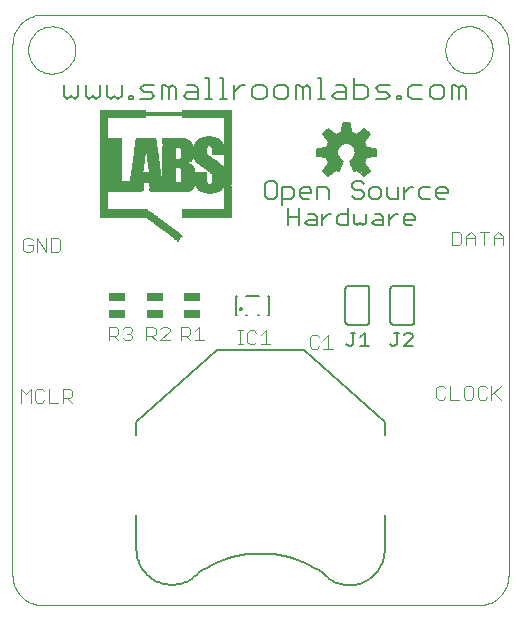
<source format=gto>
G75*
G70*
%OFA0B0*%
%FSLAX24Y24*%
%IPPOS*%
%LPD*%
%AMOC8*
5,1,8,0,0,1.08239X$1,22.5*
%
%ADD10C,0.0000*%
%ADD11C,0.0004*%
%ADD12C,0.0080*%
%ADD13C,0.0050*%
%ADD14C,0.0060*%
%ADD15C,0.0040*%
%ADD16R,0.0551X0.0256*%
%ADD17R,0.0039X0.0013*%
%ADD18R,0.0065X0.0013*%
%ADD19R,0.0078X0.0013*%
%ADD20R,0.0117X0.0013*%
%ADD21R,0.0130X0.0013*%
%ADD22R,0.0169X0.0013*%
%ADD23R,0.0195X0.0013*%
%ADD24R,0.0221X0.0013*%
%ADD25R,0.0247X0.0013*%
%ADD26R,0.0273X0.0013*%
%ADD27R,0.0299X0.0013*%
%ADD28R,0.0325X0.0013*%
%ADD29R,0.0351X0.0013*%
%ADD30R,0.0377X0.0013*%
%ADD31R,0.0416X0.0013*%
%ADD32R,0.0429X0.0013*%
%ADD33R,0.0429X0.0013*%
%ADD34R,0.0429X0.0013*%
%ADD35R,0.0416X0.0013*%
%ADD36R,0.0429X0.0013*%
%ADD37R,0.0416X0.0013*%
%ADD38R,0.1937X0.0013*%
%ADD39R,0.1664X0.0013*%
%ADD40R,0.1924X0.0013*%
%ADD41R,0.1664X0.0013*%
%ADD42R,0.1898X0.0013*%
%ADD43R,0.1885X0.0013*%
%ADD44R,0.1859X0.0013*%
%ADD45R,0.1846X0.0013*%
%ADD46R,0.1820X0.0013*%
%ADD47R,0.1807X0.0013*%
%ADD48R,0.1781X0.0013*%
%ADD49R,0.1768X0.0013*%
%ADD50R,0.1755X0.0013*%
%ADD51R,0.1742X0.0013*%
%ADD52R,0.1716X0.0013*%
%ADD53R,0.1703X0.0013*%
%ADD54R,0.1677X0.0013*%
%ADD55R,0.1651X0.0013*%
%ADD56R,0.1625X0.0013*%
%ADD57R,0.1612X0.0013*%
%ADD58R,0.1586X0.0013*%
%ADD59R,0.0260X0.0013*%
%ADD60R,0.0247X0.0013*%
%ADD61R,0.0260X0.0013*%
%ADD62R,0.0247X0.0013*%
%ADD63R,0.0195X0.0013*%
%ADD64R,0.0455X0.0013*%
%ADD65R,0.1430X0.0013*%
%ADD66R,0.1157X0.0013*%
%ADD67R,0.0520X0.0013*%
%ADD68R,0.1430X0.0013*%
%ADD69R,0.1287X0.0013*%
%ADD70R,0.0585X0.0013*%
%ADD71R,0.1352X0.0013*%
%ADD72R,0.0637X0.0013*%
%ADD73R,0.1443X0.0013*%
%ADD74R,0.1378X0.0013*%
%ADD75R,0.0689X0.0013*%
%ADD76R,0.1404X0.0013*%
%ADD77R,0.0715X0.0013*%
%ADD78R,0.1443X0.0013*%
%ADD79R,0.1417X0.0013*%
%ADD80R,0.0767X0.0013*%
%ADD81R,0.0793X0.0013*%
%ADD82R,0.1443X0.0013*%
%ADD83R,0.0819X0.0013*%
%ADD84R,0.1456X0.0013*%
%ADD85R,0.0871X0.0013*%
%ADD86R,0.1469X0.0013*%
%ADD87R,0.0884X0.0013*%
%ADD88R,0.1469X0.0013*%
%ADD89R,0.0897X0.0013*%
%ADD90R,0.1482X0.0013*%
%ADD91R,0.0923X0.0013*%
%ADD92R,0.1196X0.0013*%
%ADD93R,0.1495X0.0013*%
%ADD94R,0.1456X0.0013*%
%ADD95R,0.1209X0.0013*%
%ADD96R,0.1456X0.0013*%
%ADD97R,0.1508X0.0013*%
%ADD98R,0.1209X0.0013*%
%ADD99R,0.1521X0.0013*%
%ADD100R,0.1222X0.0013*%
%ADD101R,0.2756X0.0013*%
%ADD102R,0.1989X0.0013*%
%ADD103R,0.0715X0.0013*%
%ADD104R,0.1963X0.0013*%
%ADD105R,0.1950X0.0013*%
%ADD106R,0.0676X0.0013*%
%ADD107R,0.0663X0.0013*%
%ADD108R,0.0910X0.0013*%
%ADD109R,0.0936X0.0013*%
%ADD110R,0.2548X0.0013*%
%ADD111R,0.0910X0.0013*%
%ADD112R,0.0650X0.0013*%
%ADD113R,0.2548X0.0013*%
%ADD114R,0.0897X0.0013*%
%ADD115R,0.0650X0.0013*%
%ADD116R,0.0884X0.0013*%
%ADD117R,0.1547X0.0013*%
%ADD118R,0.1547X0.0013*%
%ADD119R,0.0871X0.0013*%
%ADD120R,0.1053X0.0013*%
%ADD121R,0.0468X0.0013*%
%ADD122R,0.1053X0.0013*%
%ADD123R,0.0468X0.0013*%
%ADD124R,0.1040X0.0013*%
%ADD125R,0.1027X0.0013*%
%ADD126R,0.1027X0.0013*%
%ADD127R,0.0663X0.0013*%
%ADD128R,0.1014X0.0013*%
%ADD129R,0.1001X0.0013*%
%ADD130R,0.0702X0.0013*%
%ADD131R,0.0416X0.0013*%
%ADD132R,0.0728X0.0013*%
%ADD133R,0.0741X0.0013*%
%ADD134R,0.0754X0.0013*%
%ADD135R,0.0780X0.0013*%
%ADD136R,0.0455X0.0013*%
%ADD137R,0.0819X0.0013*%
%ADD138R,0.0832X0.0013*%
%ADD139R,0.0468X0.0013*%
%ADD140R,0.0858X0.0013*%
%ADD141R,0.0871X0.0013*%
%ADD142R,0.0403X0.0013*%
%ADD143R,0.0403X0.0013*%
%ADD144R,0.0481X0.0013*%
%ADD145R,0.0533X0.0013*%
%ADD146R,0.0403X0.0013*%
%ADD147R,0.0689X0.0013*%
%ADD148R,0.1040X0.0013*%
%ADD149R,0.0403X0.0013*%
%ADD150R,0.0728X0.0013*%
%ADD151R,0.1014X0.0013*%
%ADD152R,0.0741X0.0013*%
%ADD153R,0.0988X0.0013*%
%ADD154R,0.0975X0.0013*%
%ADD155R,0.0754X0.0013*%
%ADD156R,0.0949X0.0013*%
%ADD157R,0.0754X0.0013*%
%ADD158R,0.0923X0.0013*%
%ADD159R,0.0845X0.0013*%
%ADD160R,0.0845X0.0013*%
%ADD161R,0.0741X0.0013*%
%ADD162R,0.0728X0.0013*%
%ADD163R,0.0390X0.0013*%
%ADD164R,0.0975X0.0013*%
%ADD165R,0.0390X0.0013*%
%ADD166R,0.0988X0.0013*%
%ADD167R,0.0702X0.0013*%
%ADD168R,0.0676X0.0013*%
%ADD169R,0.0663X0.0013*%
%ADD170R,0.0481X0.0013*%
%ADD171R,0.0442X0.0013*%
%ADD172R,0.0624X0.0013*%
%ADD173R,0.0442X0.0013*%
%ADD174R,0.0611X0.0013*%
%ADD175R,0.0598X0.0013*%
%ADD176R,0.0572X0.0013*%
%ADD177R,0.1001X0.0013*%
%ADD178R,0.0949X0.0013*%
%ADD179R,0.0377X0.0013*%
%ADD180R,0.0858X0.0013*%
%ADD181R,0.0676X0.0013*%
%ADD182R,0.0858X0.0013*%
%ADD183R,0.0806X0.0013*%
%ADD184R,0.0780X0.0013*%
%ADD185R,0.0871X0.0013*%
%ADD186R,0.0767X0.0013*%
%ADD187R,0.0689X0.0013*%
%ADD188R,0.0988X0.0013*%
%ADD189R,0.0988X0.0013*%
%ADD190R,0.0962X0.0013*%
%ADD191R,0.0949X0.0013*%
%ADD192R,0.0962X0.0013*%
%ADD193R,0.0936X0.0013*%
%ADD194R,0.0858X0.0013*%
%ADD195R,0.0832X0.0013*%
%ADD196R,0.0806X0.0013*%
%ADD197R,0.0832X0.0013*%
%ADD198R,0.0702X0.0013*%
%ADD199R,0.0793X0.0013*%
%ADD200R,0.0624X0.0013*%
%ADD201R,0.0546X0.0013*%
%ADD202R,0.0364X0.0013*%
%ADD203R,0.0221X0.0013*%
%ADD204R,0.1521X0.0013*%
%ADD205R,0.1521X0.0013*%
%ADD206R,0.4394X0.0013*%
%ADD207R,0.4394X0.0013*%
%ADD208C,0.0059*%
D10*
X002243Y020379D02*
X002245Y020435D01*
X002251Y020490D01*
X002261Y020544D01*
X002274Y020598D01*
X002292Y020651D01*
X002313Y020702D01*
X002337Y020752D01*
X002365Y020800D01*
X002397Y020846D01*
X002431Y020890D01*
X002469Y020931D01*
X002509Y020969D01*
X002552Y021004D01*
X002597Y021036D01*
X002645Y021065D01*
X002694Y021091D01*
X002745Y021113D01*
X002797Y021131D01*
X002851Y021145D01*
X002906Y021156D01*
X002961Y021163D01*
X003016Y021166D01*
X003072Y021165D01*
X003127Y021160D01*
X003182Y021151D01*
X003236Y021139D01*
X003289Y021122D01*
X003341Y021102D01*
X003391Y021078D01*
X003439Y021051D01*
X003486Y021021D01*
X003530Y020987D01*
X003572Y020950D01*
X003610Y020910D01*
X003647Y020868D01*
X003680Y020823D01*
X003709Y020777D01*
X003736Y020728D01*
X003758Y020677D01*
X003778Y020625D01*
X003793Y020571D01*
X003805Y020517D01*
X003813Y020462D01*
X003817Y020407D01*
X003817Y020351D01*
X003813Y020296D01*
X003805Y020241D01*
X003793Y020187D01*
X003778Y020133D01*
X003758Y020081D01*
X003736Y020030D01*
X003709Y019981D01*
X003680Y019935D01*
X003647Y019890D01*
X003610Y019848D01*
X003572Y019808D01*
X003530Y019771D01*
X003486Y019737D01*
X003439Y019707D01*
X003391Y019680D01*
X003341Y019656D01*
X003289Y019636D01*
X003236Y019619D01*
X003182Y019607D01*
X003127Y019598D01*
X003072Y019593D01*
X003016Y019592D01*
X002961Y019595D01*
X002906Y019602D01*
X002851Y019613D01*
X002797Y019627D01*
X002745Y019645D01*
X002694Y019667D01*
X002645Y019693D01*
X002597Y019722D01*
X002552Y019754D01*
X002509Y019789D01*
X002469Y019827D01*
X002431Y019868D01*
X002397Y019912D01*
X002365Y019958D01*
X002337Y020006D01*
X002313Y020056D01*
X002292Y020107D01*
X002274Y020160D01*
X002261Y020214D01*
X002251Y020268D01*
X002245Y020323D01*
X002243Y020379D01*
X016153Y020385D02*
X016155Y020441D01*
X016161Y020496D01*
X016171Y020550D01*
X016184Y020604D01*
X016202Y020657D01*
X016223Y020708D01*
X016247Y020758D01*
X016275Y020806D01*
X016307Y020852D01*
X016341Y020896D01*
X016379Y020937D01*
X016419Y020975D01*
X016462Y021010D01*
X016507Y021042D01*
X016555Y021071D01*
X016604Y021097D01*
X016655Y021119D01*
X016707Y021137D01*
X016761Y021151D01*
X016816Y021162D01*
X016871Y021169D01*
X016926Y021172D01*
X016982Y021171D01*
X017037Y021166D01*
X017092Y021157D01*
X017146Y021145D01*
X017199Y021128D01*
X017251Y021108D01*
X017301Y021084D01*
X017349Y021057D01*
X017396Y021027D01*
X017440Y020993D01*
X017482Y020956D01*
X017520Y020916D01*
X017557Y020874D01*
X017590Y020829D01*
X017619Y020783D01*
X017646Y020734D01*
X017668Y020683D01*
X017688Y020631D01*
X017703Y020577D01*
X017715Y020523D01*
X017723Y020468D01*
X017727Y020413D01*
X017727Y020357D01*
X017723Y020302D01*
X017715Y020247D01*
X017703Y020193D01*
X017688Y020139D01*
X017668Y020087D01*
X017646Y020036D01*
X017619Y019987D01*
X017590Y019941D01*
X017557Y019896D01*
X017520Y019854D01*
X017482Y019814D01*
X017440Y019777D01*
X017396Y019743D01*
X017349Y019713D01*
X017301Y019686D01*
X017251Y019662D01*
X017199Y019642D01*
X017146Y019625D01*
X017092Y019613D01*
X017037Y019604D01*
X016982Y019599D01*
X016926Y019598D01*
X016871Y019601D01*
X016816Y019608D01*
X016761Y019619D01*
X016707Y019633D01*
X016655Y019651D01*
X016604Y019673D01*
X016555Y019699D01*
X016507Y019728D01*
X016462Y019760D01*
X016419Y019795D01*
X016379Y019833D01*
X016341Y019874D01*
X016307Y019918D01*
X016275Y019964D01*
X016247Y020012D01*
X016223Y020062D01*
X016202Y020113D01*
X016184Y020166D01*
X016171Y020220D01*
X016161Y020274D01*
X016155Y020329D01*
X016153Y020385D01*
D11*
X009597Y001875D02*
X002723Y001875D01*
X002663Y001877D01*
X002602Y001882D01*
X002543Y001891D01*
X002484Y001904D01*
X002425Y001920D01*
X002368Y001940D01*
X002313Y001963D01*
X002258Y001990D01*
X002206Y002019D01*
X002155Y002052D01*
X002106Y002088D01*
X002060Y002126D01*
X002016Y002168D01*
X001974Y002212D01*
X001936Y002258D01*
X001900Y002307D01*
X001867Y002358D01*
X001838Y002410D01*
X001811Y002465D01*
X001788Y002520D01*
X001768Y002577D01*
X001752Y002636D01*
X001739Y002695D01*
X001730Y002754D01*
X001725Y002815D01*
X001723Y002875D01*
X001723Y010930D01*
X001723Y020560D01*
X001725Y020620D01*
X001730Y020681D01*
X001739Y020740D01*
X001752Y020799D01*
X001768Y020858D01*
X001788Y020915D01*
X001811Y020970D01*
X001838Y021025D01*
X001867Y021077D01*
X001900Y021128D01*
X001936Y021177D01*
X001974Y021223D01*
X002016Y021267D01*
X002060Y021309D01*
X002106Y021347D01*
X002155Y021383D01*
X002206Y021416D01*
X002258Y021445D01*
X002313Y021472D01*
X002368Y021495D01*
X002425Y021515D01*
X002484Y021531D01*
X002543Y021544D01*
X002602Y021553D01*
X002663Y021558D01*
X002723Y021560D01*
X010385Y021560D01*
X017259Y021560D01*
X017319Y021558D01*
X017380Y021553D01*
X017439Y021544D01*
X017498Y021531D01*
X017557Y021515D01*
X017614Y021495D01*
X017669Y021472D01*
X017724Y021445D01*
X017776Y021416D01*
X017827Y021383D01*
X017876Y021347D01*
X017922Y021309D01*
X017966Y021267D01*
X018008Y021223D01*
X018046Y021177D01*
X018082Y021128D01*
X018115Y021077D01*
X018144Y021025D01*
X018171Y020970D01*
X018194Y020915D01*
X018214Y020858D01*
X018230Y020799D01*
X018243Y020740D01*
X018252Y020681D01*
X018257Y020620D01*
X018259Y020560D01*
X018259Y010142D01*
X018259Y002875D01*
X018257Y002815D01*
X018252Y002754D01*
X018243Y002695D01*
X018230Y002636D01*
X018214Y002577D01*
X018194Y002520D01*
X018171Y002465D01*
X018144Y002410D01*
X018115Y002358D01*
X018082Y002307D01*
X018046Y002258D01*
X018008Y002212D01*
X017966Y002168D01*
X017922Y002126D01*
X017876Y002088D01*
X017827Y002052D01*
X017776Y002019D01*
X017724Y001990D01*
X017669Y001963D01*
X017614Y001940D01*
X017557Y001920D01*
X017498Y001904D01*
X017439Y001891D01*
X017380Y001882D01*
X017319Y001877D01*
X017259Y001875D01*
X009597Y001875D01*
D12*
X007904Y002938D02*
X008052Y003036D01*
X008205Y003127D01*
X008362Y003211D01*
X008523Y003287D01*
X008687Y003354D01*
X008855Y003414D01*
X009025Y003465D01*
X009197Y003508D01*
X009372Y003543D01*
X009548Y003569D01*
X009725Y003586D01*
X009902Y003595D01*
X010080Y003595D01*
X010257Y003586D01*
X010434Y003569D01*
X010610Y003543D01*
X010785Y003508D01*
X010957Y003465D01*
X011127Y003414D01*
X011295Y003354D01*
X011459Y003287D01*
X011620Y003211D01*
X011777Y003127D01*
X011930Y003036D01*
X012078Y002938D01*
X012125Y002889D01*
X012173Y002842D01*
X012225Y002798D01*
X012279Y002757D01*
X012335Y002719D01*
X012394Y002685D01*
X012454Y002654D01*
X012516Y002626D01*
X012579Y002603D01*
X012644Y002583D01*
X012710Y002566D01*
X012777Y002554D01*
X012844Y002545D01*
X012911Y002541D01*
X012979Y002540D01*
X013047Y002543D01*
X013114Y002551D01*
X013181Y002562D01*
X013247Y002577D01*
X013312Y002595D01*
X013376Y002618D01*
X013439Y002644D01*
X013500Y002674D01*
X013559Y002707D01*
X013616Y002744D01*
X013671Y002783D01*
X013723Y002826D01*
X013773Y002872D01*
X013820Y002921D01*
X013864Y002972D01*
X013905Y003026D01*
X013943Y003082D01*
X013978Y003141D01*
X014009Y003201D01*
X014037Y003263D01*
X014061Y003326D01*
X014081Y003391D01*
X014098Y003456D01*
X014110Y003523D01*
X014119Y003590D01*
X014124Y003658D01*
X014125Y003725D01*
X014125Y004867D01*
X014125Y007544D02*
X014125Y007977D01*
X011448Y010367D01*
X008534Y010367D01*
X005857Y007977D01*
X005857Y007544D01*
X005857Y004867D02*
X005857Y003725D01*
X005859Y003658D01*
X005866Y003592D01*
X005876Y003525D01*
X005890Y003460D01*
X005907Y003395D01*
X005928Y003331D01*
X005953Y003269D01*
X005981Y003208D01*
X006013Y003149D01*
X006048Y003091D01*
X006086Y003036D01*
X006128Y002983D01*
X006172Y002933D01*
X006219Y002885D01*
X006269Y002840D01*
X006321Y002798D01*
X006375Y002759D01*
X006432Y002723D01*
X006490Y002690D01*
X006551Y002660D01*
X006613Y002635D01*
X006676Y002612D01*
X006741Y002594D01*
X006806Y002579D01*
X006872Y002567D01*
X006939Y002560D01*
X007006Y002556D01*
X007073Y002557D01*
X007140Y002561D01*
X007207Y002568D01*
X007273Y002580D01*
X007338Y002595D01*
X007402Y002614D01*
X007466Y002637D01*
X007527Y002663D01*
X007588Y002693D01*
X007646Y002726D01*
X007702Y002762D01*
X007757Y002802D01*
X007809Y002844D01*
X007858Y002890D01*
X007905Y002938D01*
X007896Y018745D02*
X007542Y018745D01*
X007424Y018863D01*
X007542Y018981D01*
X007896Y018981D01*
X007896Y019099D02*
X007778Y019217D01*
X007542Y019217D01*
X007896Y019099D02*
X007896Y018745D01*
X008149Y018745D02*
X008385Y018745D01*
X008267Y018745D02*
X008267Y019453D01*
X008149Y019453D01*
X008633Y019453D02*
X008751Y019453D01*
X008751Y018745D01*
X008633Y018745D02*
X008869Y018745D01*
X009116Y018745D02*
X009116Y019217D01*
X009116Y018981D02*
X009352Y019217D01*
X009470Y019217D01*
X009720Y019099D02*
X009720Y018863D01*
X009838Y018745D01*
X010074Y018745D01*
X010192Y018863D01*
X010192Y019099D01*
X010074Y019217D01*
X009838Y019217D01*
X009720Y019099D01*
X010445Y019099D02*
X010445Y018863D01*
X010563Y018745D01*
X010799Y018745D01*
X010917Y018863D01*
X010917Y019099D01*
X010799Y019217D01*
X010563Y019217D01*
X010445Y019099D01*
X011170Y019217D02*
X011170Y018745D01*
X011406Y018745D02*
X011406Y019099D01*
X011524Y019217D01*
X011642Y019099D01*
X011642Y018745D01*
X011895Y018745D02*
X012131Y018745D01*
X012013Y018745D02*
X012013Y019453D01*
X011895Y019453D01*
X012378Y018863D02*
X012496Y018981D01*
X012850Y018981D01*
X012850Y019099D02*
X012732Y019217D01*
X012496Y019217D01*
X012378Y018863D02*
X012496Y018745D01*
X012850Y018745D01*
X012850Y019099D01*
X013103Y019217D02*
X013457Y019217D01*
X013575Y019099D01*
X013575Y018863D01*
X013457Y018745D01*
X013103Y018745D01*
X013103Y019453D01*
X013828Y019099D02*
X013946Y019217D01*
X014300Y019217D01*
X014182Y018981D02*
X013946Y018981D01*
X013828Y019099D01*
X013828Y018745D02*
X014182Y018745D01*
X014300Y018863D01*
X014182Y018981D01*
X014553Y018863D02*
X014553Y018745D01*
X014671Y018745D01*
X014671Y018863D01*
X014553Y018863D01*
X014916Y018863D02*
X015034Y018745D01*
X015388Y018745D01*
X015641Y018863D02*
X015759Y018745D01*
X015995Y018745D01*
X016113Y018863D01*
X016113Y019099D01*
X015995Y019217D01*
X015759Y019217D01*
X015641Y019099D01*
X015641Y018863D01*
X015388Y019217D02*
X015034Y019217D01*
X014916Y019099D01*
X014916Y018863D01*
X016366Y018745D02*
X016366Y019217D01*
X016484Y019217D01*
X016602Y019099D01*
X016720Y019217D01*
X016838Y019099D01*
X016838Y018745D01*
X016602Y018745D02*
X016602Y019099D01*
X011406Y019099D02*
X011288Y019217D01*
X011170Y019217D01*
X007171Y019099D02*
X007171Y018745D01*
X006935Y018745D02*
X006935Y019099D01*
X007053Y019217D01*
X007171Y019099D01*
X006935Y019099D02*
X006817Y019217D01*
X006699Y019217D01*
X006699Y018745D01*
X006446Y018863D02*
X006328Y018981D01*
X006092Y018981D01*
X005974Y019099D01*
X006092Y019217D01*
X006446Y019217D01*
X006446Y018863D02*
X006328Y018745D01*
X005974Y018745D01*
X005730Y018745D02*
X005730Y018863D01*
X005612Y018863D01*
X005612Y018745D01*
X005730Y018745D01*
X005359Y018863D02*
X005359Y019217D01*
X005359Y018863D02*
X005241Y018745D01*
X005123Y018863D01*
X005005Y018745D01*
X004887Y018863D01*
X004887Y019217D01*
X004634Y019217D02*
X004634Y018863D01*
X004516Y018745D01*
X004398Y018863D01*
X004280Y018745D01*
X004162Y018863D01*
X004162Y019217D01*
X003909Y019217D02*
X003909Y018863D01*
X003791Y018745D01*
X003673Y018863D01*
X003555Y018745D01*
X003437Y018863D01*
X003437Y019217D01*
D13*
X010142Y015903D02*
X010142Y015516D01*
X010239Y015419D01*
X010432Y015419D01*
X010529Y015516D01*
X010529Y015903D01*
X010432Y016000D01*
X010239Y016000D01*
X010142Y015903D01*
X010722Y015806D02*
X010722Y015226D01*
X010722Y015419D02*
X011012Y015419D01*
X011109Y015516D01*
X011109Y015710D01*
X011012Y015806D01*
X010722Y015806D01*
X011302Y015710D02*
X011302Y015516D01*
X011399Y015419D01*
X011592Y015419D01*
X011689Y015613D02*
X011302Y015613D01*
X011302Y015710D02*
X011399Y015806D01*
X011592Y015806D01*
X011689Y015710D01*
X011689Y015613D01*
X011882Y015806D02*
X011882Y015419D01*
X011882Y015806D02*
X012172Y015806D01*
X012269Y015710D01*
X012269Y015419D01*
X012246Y014920D02*
X012342Y014920D01*
X012246Y014920D02*
X012052Y014727D01*
X011859Y014727D02*
X011569Y014727D01*
X011472Y014630D01*
X011569Y014534D01*
X011859Y014534D01*
X011859Y014824D01*
X011762Y014920D01*
X011569Y014920D01*
X011279Y014824D02*
X010892Y014824D01*
X010892Y014534D02*
X010892Y015114D01*
X011279Y015114D02*
X011279Y014534D01*
X012052Y014534D02*
X012052Y014920D01*
X012536Y014824D02*
X012536Y014630D01*
X012632Y014534D01*
X012922Y014534D01*
X012922Y015114D01*
X012922Y014920D02*
X012632Y014920D01*
X012536Y014824D01*
X013116Y014920D02*
X013116Y014630D01*
X013212Y014534D01*
X013309Y014630D01*
X013406Y014534D01*
X013502Y014630D01*
X013502Y014920D01*
X013792Y014920D02*
X013986Y014920D01*
X014082Y014824D01*
X014082Y014534D01*
X013792Y014534D01*
X013696Y014630D01*
X013792Y014727D01*
X014082Y014727D01*
X014276Y014727D02*
X014469Y014920D01*
X014566Y014920D01*
X014759Y014824D02*
X014759Y014630D01*
X014856Y014534D01*
X015049Y014534D01*
X015146Y014727D02*
X014759Y014727D01*
X014759Y014824D02*
X014856Y014920D01*
X015049Y014920D01*
X015146Y014824D01*
X015146Y014727D01*
X015362Y015419D02*
X015652Y015419D01*
X015846Y015516D02*
X015846Y015710D01*
X015942Y015806D01*
X016136Y015806D01*
X016232Y015710D01*
X016232Y015613D01*
X015846Y015613D01*
X015846Y015516D02*
X015942Y015419D01*
X016136Y015419D01*
X015652Y015806D02*
X015362Y015806D01*
X015266Y015710D01*
X015266Y015516D01*
X015362Y015419D01*
X015072Y015806D02*
X014976Y015806D01*
X014782Y015613D01*
X014782Y015806D02*
X014782Y015419D01*
X014589Y015419D02*
X014589Y015806D01*
X014589Y015419D02*
X014299Y015419D01*
X014202Y015516D01*
X014202Y015806D01*
X014009Y015710D02*
X014009Y015516D01*
X013912Y015419D01*
X013719Y015419D01*
X013622Y015516D01*
X013622Y015710D01*
X013719Y015806D01*
X013912Y015806D01*
X014009Y015710D01*
X013429Y015613D02*
X013429Y015516D01*
X013332Y015419D01*
X013139Y015419D01*
X013042Y015516D01*
X013139Y015710D02*
X013332Y015710D01*
X013429Y015613D01*
X013429Y015903D02*
X013332Y016000D01*
X013139Y016000D01*
X013042Y015903D01*
X013042Y015806D01*
X013139Y015710D01*
X014276Y014920D02*
X014276Y014534D01*
X014453Y010952D02*
X014603Y010952D01*
X014528Y010952D02*
X014528Y010576D01*
X014453Y010501D01*
X014378Y010501D01*
X014303Y010576D01*
X014764Y010501D02*
X015064Y010801D01*
X015064Y010877D01*
X014989Y010952D01*
X014839Y010952D01*
X014764Y010877D01*
X014764Y010501D02*
X015064Y010501D01*
X013609Y010501D02*
X013309Y010501D01*
X013459Y010501D02*
X013459Y010952D01*
X013309Y010801D01*
X013149Y010952D02*
X012999Y010952D01*
X013074Y010952D02*
X013074Y010576D01*
X012999Y010501D01*
X012924Y010501D01*
X012848Y010576D01*
X009291Y011757D02*
X009293Y011769D01*
X009298Y011780D01*
X009307Y011789D01*
X009318Y011794D01*
X009330Y011796D01*
X009342Y011794D01*
X009353Y011789D01*
X009362Y011780D01*
X009367Y011769D01*
X009369Y011757D01*
X009367Y011745D01*
X009362Y011734D01*
X009353Y011725D01*
X009342Y011720D01*
X009330Y011718D01*
X009318Y011720D01*
X009307Y011725D01*
X009298Y011734D01*
X009293Y011745D01*
X009291Y011757D01*
D14*
X009201Y011556D02*
X009164Y011556D01*
X009164Y012194D01*
X009201Y012194D01*
X009518Y012194D02*
X009929Y012194D01*
X010246Y012194D02*
X010283Y012194D01*
X010283Y011556D01*
X010246Y011556D01*
X009929Y011556D02*
X009892Y011556D01*
X009555Y011556D02*
X009518Y011556D01*
X012823Y011325D02*
X012823Y012425D01*
X012825Y012442D01*
X012829Y012459D01*
X012836Y012475D01*
X012846Y012489D01*
X012859Y012502D01*
X012873Y012512D01*
X012889Y012519D01*
X012906Y012523D01*
X012923Y012525D01*
X013523Y012525D01*
X013540Y012523D01*
X013557Y012519D01*
X013573Y012512D01*
X013587Y012502D01*
X013600Y012489D01*
X013610Y012475D01*
X013617Y012459D01*
X013621Y012442D01*
X013623Y012425D01*
X013623Y011325D01*
X013621Y011308D01*
X013617Y011291D01*
X013610Y011275D01*
X013600Y011261D01*
X013587Y011248D01*
X013573Y011238D01*
X013557Y011231D01*
X013540Y011227D01*
X013523Y011225D01*
X012923Y011225D01*
X012906Y011227D01*
X012889Y011231D01*
X012873Y011238D01*
X012859Y011248D01*
X012846Y011261D01*
X012836Y011275D01*
X012829Y011291D01*
X012825Y011308D01*
X012823Y011325D01*
X014323Y011325D02*
X014323Y012425D01*
X014325Y012442D01*
X014329Y012459D01*
X014336Y012475D01*
X014346Y012489D01*
X014359Y012502D01*
X014373Y012512D01*
X014389Y012519D01*
X014406Y012523D01*
X014423Y012525D01*
X015023Y012525D01*
X015040Y012523D01*
X015057Y012519D01*
X015073Y012512D01*
X015087Y012502D01*
X015100Y012489D01*
X015110Y012475D01*
X015117Y012459D01*
X015121Y012442D01*
X015123Y012425D01*
X015123Y011325D01*
X015121Y011308D01*
X015117Y011291D01*
X015110Y011275D01*
X015100Y011261D01*
X015087Y011248D01*
X015073Y011238D01*
X015057Y011231D01*
X015040Y011227D01*
X015023Y011225D01*
X014423Y011225D01*
X014406Y011227D01*
X014389Y011231D01*
X014373Y011238D01*
X014359Y011248D01*
X014346Y011261D01*
X014336Y011275D01*
X014329Y011291D01*
X014325Y011308D01*
X014323Y011325D01*
D15*
X012244Y010881D02*
X012244Y010421D01*
X012397Y010421D02*
X012090Y010421D01*
X011937Y010498D02*
X011860Y010421D01*
X011706Y010421D01*
X011630Y010498D01*
X011630Y010805D01*
X011706Y010881D01*
X011860Y010881D01*
X011937Y010805D01*
X012090Y010728D02*
X012244Y010881D01*
X010318Y010572D02*
X010011Y010572D01*
X010164Y010572D02*
X010164Y011032D01*
X010011Y010879D01*
X009857Y010955D02*
X009781Y011032D01*
X009627Y011032D01*
X009550Y010955D01*
X009550Y010649D01*
X009627Y010572D01*
X009781Y010572D01*
X009857Y010649D01*
X009397Y010572D02*
X009243Y010572D01*
X009320Y010572D02*
X009320Y011032D01*
X009243Y011032D02*
X009397Y011032D01*
X008109Y010698D02*
X007802Y010698D01*
X007649Y010698D02*
X007495Y010851D01*
X007572Y010851D02*
X007342Y010851D01*
X007342Y010698D02*
X007342Y011158D01*
X007572Y011158D01*
X007649Y011081D01*
X007649Y010928D01*
X007572Y010851D01*
X007802Y011005D02*
X007956Y011158D01*
X007956Y010698D01*
X006958Y010698D02*
X006651Y010698D01*
X006958Y011005D01*
X006958Y011081D01*
X006881Y011158D01*
X006727Y011158D01*
X006651Y011081D01*
X006497Y011081D02*
X006497Y010928D01*
X006420Y010851D01*
X006190Y010851D01*
X006190Y010698D02*
X006190Y011158D01*
X006420Y011158D01*
X006497Y011081D01*
X006344Y010851D02*
X006497Y010698D01*
X005708Y010774D02*
X005631Y010698D01*
X005477Y010698D01*
X005401Y010774D01*
X005247Y010698D02*
X005094Y010851D01*
X005170Y010851D02*
X004940Y010851D01*
X004940Y010698D02*
X004940Y011158D01*
X005170Y011158D01*
X005247Y011081D01*
X005247Y010928D01*
X005170Y010851D01*
X005401Y011081D02*
X005477Y011158D01*
X005631Y011158D01*
X005708Y011081D01*
X005708Y011005D01*
X005631Y010928D01*
X005708Y010851D01*
X005708Y010774D01*
X005631Y010928D02*
X005554Y010928D01*
X003708Y009005D02*
X003631Y009081D01*
X003401Y009081D01*
X003401Y008621D01*
X003248Y008621D02*
X002941Y008621D01*
X002941Y009081D01*
X002787Y009005D02*
X002711Y009081D01*
X002557Y009081D01*
X002480Y009005D01*
X002480Y008698D01*
X002557Y008621D01*
X002711Y008621D01*
X002787Y008698D01*
X002327Y008621D02*
X002327Y009081D01*
X002173Y008928D01*
X002020Y009081D01*
X002020Y008621D01*
X003401Y008774D02*
X003631Y008774D01*
X003708Y008851D01*
X003708Y009005D01*
X003555Y008774D02*
X003708Y008621D01*
X003238Y013649D02*
X003008Y013649D01*
X003008Y014109D01*
X003238Y014109D01*
X003315Y014032D01*
X003315Y013725D01*
X003238Y013649D01*
X002854Y013649D02*
X002854Y014109D01*
X002547Y014109D02*
X002854Y013649D01*
X002547Y013649D02*
X002547Y014109D01*
X002394Y014032D02*
X002317Y014109D01*
X002164Y014109D01*
X002087Y014032D01*
X002087Y013725D01*
X002164Y013649D01*
X002317Y013649D01*
X002394Y013725D01*
X002394Y013879D01*
X002240Y013879D01*
X015847Y009111D02*
X015847Y008804D01*
X015924Y008727D01*
X016077Y008727D01*
X016154Y008804D01*
X016307Y008727D02*
X016614Y008727D01*
X016768Y008804D02*
X016844Y008727D01*
X016998Y008727D01*
X017074Y008804D01*
X017074Y009111D01*
X016998Y009188D01*
X016844Y009188D01*
X016768Y009111D01*
X016768Y008804D01*
X017228Y008804D02*
X017228Y009111D01*
X017305Y009188D01*
X017458Y009188D01*
X017535Y009111D01*
X017688Y009188D02*
X017688Y008727D01*
X017688Y008881D02*
X017995Y009188D01*
X017765Y008957D02*
X017995Y008727D01*
X017535Y008804D02*
X017458Y008727D01*
X017305Y008727D01*
X017228Y008804D01*
X016307Y008727D02*
X016307Y009188D01*
X016154Y009111D02*
X016077Y009188D01*
X015924Y009188D01*
X015847Y009111D01*
X016381Y013869D02*
X016611Y013869D01*
X016688Y013946D01*
X016688Y014253D01*
X016611Y014329D01*
X016381Y014329D01*
X016381Y013869D01*
X016842Y013869D02*
X016842Y014176D01*
X016995Y014329D01*
X017149Y014176D01*
X017149Y013869D01*
X017149Y014099D02*
X016842Y014099D01*
X017302Y014329D02*
X017609Y014329D01*
X017455Y014329D02*
X017455Y013869D01*
X017762Y013869D02*
X017762Y014176D01*
X017916Y014329D01*
X018069Y014176D01*
X018069Y013869D01*
X018069Y014099D02*
X017762Y014099D01*
D16*
X007723Y012163D03*
X007723Y011583D03*
X006473Y011583D03*
X006473Y012163D03*
X005223Y012163D03*
X005223Y011583D03*
D17*
X007247Y013994D03*
D18*
X007247Y014007D03*
D19*
X007240Y014020D03*
D20*
X007234Y014033D03*
D21*
X007227Y014046D03*
D22*
X007221Y014059D03*
D23*
X007221Y014072D03*
D24*
X007221Y014085D03*
D25*
X007208Y014098D03*
D26*
X007208Y014111D03*
D27*
X007208Y014124D03*
D28*
X007195Y014137D03*
D29*
X007195Y014150D03*
X008313Y015606D03*
D30*
X007195Y014163D03*
X006389Y016919D03*
X006389Y016945D03*
X006389Y016958D03*
X006389Y016971D03*
D31*
X005953Y016828D03*
X005953Y016815D03*
X005940Y016724D03*
X005940Y016711D03*
X005940Y016698D03*
X005927Y016633D03*
X005927Y016620D03*
X005927Y016594D03*
X005888Y016334D03*
X005888Y016321D03*
X005888Y016308D03*
X005888Y016295D03*
X006460Y016321D03*
X006460Y016334D03*
X006460Y016360D03*
X006460Y016373D03*
X006460Y016386D03*
X006447Y016425D03*
X006447Y016438D03*
X006447Y016451D03*
X006447Y016464D03*
X006473Y016295D03*
X006473Y014709D03*
X006525Y014670D03*
X007188Y014176D03*
D32*
X007182Y014189D03*
X007104Y014241D03*
X007052Y014280D03*
X007039Y014293D03*
X006974Y014345D03*
X006922Y014384D03*
X006857Y014423D03*
X006844Y014436D03*
X006792Y014475D03*
X006662Y014566D03*
X006649Y014579D03*
X006597Y014618D03*
X006584Y014631D03*
X006402Y014761D03*
X006389Y014774D03*
X006467Y016308D03*
D33*
X006545Y014657D03*
X006805Y014462D03*
X006896Y014397D03*
X007078Y014267D03*
X007156Y014202D03*
D34*
X007143Y014215D03*
X007130Y014228D03*
X007091Y014254D03*
X007026Y014306D03*
X006948Y014358D03*
X006935Y014371D03*
X006818Y014449D03*
X006766Y014488D03*
X006753Y014501D03*
X006740Y014514D03*
X006701Y014540D03*
X006610Y014605D03*
X006558Y014644D03*
X006506Y014683D03*
X006493Y014696D03*
X006441Y014735D03*
X007546Y016763D03*
X007546Y016776D03*
X007988Y017088D03*
X007988Y017101D03*
D35*
X006434Y016568D03*
X006434Y016555D03*
X005914Y016529D03*
X005914Y016516D03*
X005914Y016503D03*
X005914Y016490D03*
X005901Y016438D03*
X005901Y016425D03*
X005901Y016399D03*
X005901Y016386D03*
X005901Y016373D03*
X005901Y016360D03*
X005966Y016893D03*
X005966Y016906D03*
X005966Y016919D03*
X006421Y014748D03*
X006681Y014553D03*
X006876Y014410D03*
X007006Y014319D03*
D36*
X006987Y014332D03*
X006714Y014527D03*
X006454Y014722D03*
D37*
X006629Y014592D03*
X005901Y016412D03*
X005914Y016542D03*
X005966Y016932D03*
D38*
X005609Y014787D03*
D39*
X005472Y014982D03*
X008202Y014982D03*
X008202Y014917D03*
X008202Y014852D03*
X008202Y014787D03*
X008202Y018167D03*
X008202Y018297D03*
X008202Y018362D03*
D40*
X005602Y014800D03*
D41*
X008202Y014813D03*
X008202Y014826D03*
X008202Y014839D03*
X008202Y014865D03*
X008202Y014878D03*
X008202Y014891D03*
X008202Y014904D03*
X008202Y014930D03*
X008202Y014943D03*
X008202Y014956D03*
X008202Y014969D03*
X008202Y014995D03*
X008202Y015008D03*
X008202Y015021D03*
X008202Y015034D03*
X008202Y014800D03*
X008202Y018115D03*
X008202Y018128D03*
X008202Y018141D03*
X008202Y018154D03*
X008202Y018180D03*
X008202Y018310D03*
X008202Y018323D03*
X008202Y018336D03*
X008202Y018349D03*
D42*
X005589Y014813D03*
D43*
X005583Y014826D03*
D44*
X005570Y014839D03*
D45*
X005563Y014852D03*
D46*
X005550Y014865D03*
D47*
X005544Y014878D03*
D48*
X005531Y014891D03*
D49*
X005524Y014904D03*
D50*
X005518Y014917D03*
D51*
X005511Y014930D03*
D52*
X005498Y014943D03*
D53*
X005492Y014956D03*
D54*
X005479Y014969D03*
D55*
X005466Y014995D03*
D56*
X005453Y015008D03*
D57*
X005446Y015021D03*
D58*
X005433Y015034D03*
D59*
X004770Y015047D03*
X004770Y015112D03*
X004770Y015177D03*
X004770Y015242D03*
X004770Y015307D03*
X004770Y015372D03*
X004770Y015437D03*
X004770Y015502D03*
X004770Y015567D03*
X004770Y017452D03*
X004770Y017517D03*
X004770Y017582D03*
X004770Y017647D03*
X004770Y017712D03*
X004770Y017777D03*
X004770Y017842D03*
X004770Y017907D03*
X004770Y017972D03*
X004770Y018037D03*
X004770Y018102D03*
D60*
X008911Y018102D03*
X008911Y018037D03*
X008911Y017972D03*
X008911Y017907D03*
X008911Y017842D03*
X008911Y017777D03*
X008911Y017712D03*
X008911Y017647D03*
X008911Y017582D03*
X008911Y017517D03*
X008911Y017452D03*
X008911Y017387D03*
X008911Y017322D03*
X008911Y017257D03*
X008911Y017192D03*
X008911Y016867D03*
X008911Y016802D03*
X008911Y016737D03*
X008911Y016672D03*
X008911Y016607D03*
X008911Y016542D03*
X008911Y016477D03*
X008911Y015762D03*
X008911Y015697D03*
X008911Y015632D03*
X008911Y015567D03*
X008911Y015502D03*
X008911Y015437D03*
X008911Y015372D03*
X008911Y015307D03*
X008911Y015242D03*
X008911Y015177D03*
X008911Y015112D03*
X008911Y015047D03*
D61*
X004770Y015060D03*
X004770Y015073D03*
X004770Y015086D03*
X004770Y015099D03*
X004770Y015125D03*
X004770Y015138D03*
X004770Y015151D03*
X004770Y015164D03*
X004770Y015190D03*
X004770Y015203D03*
X004770Y015216D03*
X004770Y015229D03*
X004770Y015255D03*
X004770Y015268D03*
X004770Y015281D03*
X004770Y015294D03*
X004770Y015320D03*
X004770Y015333D03*
X004770Y015346D03*
X004770Y015359D03*
X004770Y015385D03*
X004770Y015398D03*
X004770Y015411D03*
X004770Y015424D03*
X004770Y015450D03*
X004770Y015463D03*
X004770Y015476D03*
X004770Y015489D03*
X004770Y015515D03*
X004770Y015528D03*
X004770Y015541D03*
X004770Y015554D03*
X004770Y015580D03*
X004770Y015593D03*
X004770Y015606D03*
X004770Y015619D03*
X004770Y017439D03*
X004770Y017465D03*
X004770Y017478D03*
X004770Y017491D03*
X004770Y017504D03*
X004770Y017530D03*
X004770Y017543D03*
X004770Y017556D03*
X004770Y017569D03*
X004770Y017595D03*
X004770Y017608D03*
X004770Y017621D03*
X004770Y017634D03*
X004770Y017660D03*
X004770Y017673D03*
X004770Y017686D03*
X004770Y017699D03*
X004770Y017725D03*
X004770Y017738D03*
X004770Y017751D03*
X004770Y017764D03*
X004770Y017790D03*
X004770Y017803D03*
X004770Y017816D03*
X004770Y017829D03*
X004770Y017855D03*
X004770Y017868D03*
X004770Y017881D03*
X004770Y017894D03*
X004770Y017920D03*
X004770Y017933D03*
X004770Y017946D03*
X004770Y017959D03*
X004770Y017985D03*
X004770Y017998D03*
X004770Y018011D03*
X004770Y018024D03*
X004770Y018050D03*
X004770Y018063D03*
X004770Y018076D03*
X004770Y018089D03*
D62*
X008911Y018089D03*
X008911Y018076D03*
X008911Y018063D03*
X008911Y018050D03*
X008911Y018024D03*
X008911Y018011D03*
X008911Y017998D03*
X008911Y017985D03*
X008911Y017959D03*
X008911Y017946D03*
X008911Y017933D03*
X008911Y017920D03*
X008911Y017894D03*
X008911Y017881D03*
X008911Y017868D03*
X008911Y017855D03*
X008911Y017829D03*
X008911Y017816D03*
X008911Y017803D03*
X008911Y017790D03*
X008911Y017764D03*
X008911Y017751D03*
X008911Y017738D03*
X008911Y017725D03*
X008911Y017699D03*
X008911Y017686D03*
X008911Y017673D03*
X008911Y017660D03*
X008911Y017634D03*
X008911Y017621D03*
X008911Y017608D03*
X008911Y017595D03*
X008911Y017569D03*
X008911Y017556D03*
X008911Y017543D03*
X008911Y017530D03*
X008911Y017504D03*
X008911Y017491D03*
X008911Y017478D03*
X008911Y017465D03*
X008911Y017439D03*
X008911Y017426D03*
X008911Y017413D03*
X008911Y017400D03*
X008911Y017374D03*
X008911Y017361D03*
X008911Y017348D03*
X008911Y017335D03*
X008911Y017309D03*
X008911Y017296D03*
X008911Y017283D03*
X008911Y017270D03*
X008911Y017244D03*
X008911Y017231D03*
X008911Y017218D03*
X008911Y017205D03*
X008911Y017179D03*
X008911Y017166D03*
X008911Y016880D03*
X008911Y016854D03*
X008911Y016841D03*
X008911Y016828D03*
X008911Y016815D03*
X008911Y016789D03*
X008911Y016776D03*
X008911Y016763D03*
X008911Y016750D03*
X008911Y016724D03*
X008911Y016711D03*
X008911Y016698D03*
X008911Y016685D03*
X008911Y016659D03*
X008911Y016646D03*
X008911Y016633D03*
X008911Y016620D03*
X008911Y016594D03*
X008911Y016581D03*
X008911Y016568D03*
X008911Y016555D03*
X008911Y016529D03*
X008911Y016516D03*
X008911Y016503D03*
X008911Y016490D03*
X008911Y016464D03*
X008911Y016451D03*
X008911Y016438D03*
X008911Y016425D03*
X008911Y015775D03*
X008911Y015749D03*
X008911Y015736D03*
X008911Y015723D03*
X008911Y015710D03*
X008911Y015684D03*
X008911Y015671D03*
X008911Y015658D03*
X008911Y015645D03*
X008911Y015619D03*
X008911Y015606D03*
X008911Y015593D03*
X008911Y015580D03*
X008911Y015554D03*
X008911Y015541D03*
X008911Y015528D03*
X008911Y015515D03*
X008911Y015489D03*
X008911Y015476D03*
X008911Y015463D03*
X008911Y015450D03*
X008911Y015424D03*
X008911Y015411D03*
X008911Y015398D03*
X008911Y015385D03*
X008911Y015359D03*
X008911Y015346D03*
X008911Y015333D03*
X008911Y015320D03*
X008911Y015294D03*
X008911Y015281D03*
X008911Y015268D03*
X008911Y015255D03*
X008911Y015229D03*
X008911Y015216D03*
X008911Y015203D03*
X008911Y015190D03*
X008911Y015164D03*
X008911Y015151D03*
X008911Y015138D03*
X008911Y015125D03*
X008911Y015099D03*
X008911Y015086D03*
X008911Y015073D03*
X008911Y015060D03*
D63*
X008313Y015593D03*
D64*
X008313Y015619D03*
X007572Y016334D03*
X007572Y016360D03*
X007559Y016399D03*
X007533Y017101D03*
X008001Y017140D03*
D65*
X005355Y015632D03*
D66*
X006883Y015632D03*
D67*
X008319Y015632D03*
D68*
X007006Y015710D03*
X005355Y015658D03*
X005355Y015645D03*
D69*
X006948Y015645D03*
D70*
X008313Y015645D03*
D71*
X006967Y015658D03*
D72*
X008118Y016724D03*
X008313Y015658D03*
D73*
X005362Y015671D03*
X005362Y015684D03*
X005362Y015710D03*
X005362Y015723D03*
X005362Y015736D03*
X005362Y015749D03*
X005362Y015775D03*
X005362Y015788D03*
X005362Y015801D03*
D74*
X006980Y015671D03*
D75*
X008313Y015671D03*
X008690Y015905D03*
X008690Y016243D03*
X008430Y016438D03*
X008690Y017140D03*
X006168Y017348D03*
X006168Y017361D03*
X006168Y017374D03*
X006168Y017400D03*
X006168Y017413D03*
D76*
X006993Y015684D03*
D77*
X008183Y016659D03*
X008404Y016464D03*
X008677Y016269D03*
X008313Y015684D03*
X006168Y017270D03*
X006168Y017283D03*
X006168Y017296D03*
X006168Y017309D03*
X004998Y017309D03*
X004998Y017296D03*
X004998Y017283D03*
X004998Y017270D03*
X004998Y017244D03*
X004998Y017231D03*
X004998Y017218D03*
X004998Y017205D03*
X004998Y017179D03*
X004998Y017166D03*
X004998Y017153D03*
X004998Y017140D03*
X004998Y017114D03*
X004998Y017101D03*
X004998Y017088D03*
X004998Y017075D03*
X004998Y017049D03*
X004998Y017036D03*
X004998Y017023D03*
X004998Y017010D03*
X004998Y016984D03*
X004998Y016971D03*
X004998Y016958D03*
X004998Y016945D03*
X004998Y016919D03*
X004998Y016906D03*
X004998Y016893D03*
X004998Y016880D03*
X004998Y016854D03*
X004998Y016841D03*
X004998Y016828D03*
X004998Y016815D03*
X004998Y016789D03*
X004998Y016776D03*
X004998Y016763D03*
X004998Y016750D03*
X004998Y016724D03*
X004998Y016711D03*
X004998Y016698D03*
X004998Y016685D03*
X004998Y016659D03*
X004998Y016646D03*
X004998Y016633D03*
X004998Y016620D03*
X004998Y016594D03*
X004998Y016581D03*
X004998Y016568D03*
X004998Y016555D03*
X004998Y016529D03*
X004998Y016516D03*
X004998Y016503D03*
X004998Y016490D03*
X004998Y016464D03*
X004998Y016451D03*
X004998Y016438D03*
X004998Y016425D03*
X004998Y016399D03*
X004998Y016386D03*
X004998Y016373D03*
X004998Y016360D03*
X004998Y016334D03*
X004998Y016321D03*
X004998Y016308D03*
X004998Y016295D03*
X004998Y016269D03*
X004998Y016256D03*
X004998Y016243D03*
X004998Y016230D03*
X004998Y016204D03*
X004998Y016191D03*
X004998Y016178D03*
X004998Y016165D03*
X004998Y016139D03*
X004998Y016126D03*
X004998Y016113D03*
X004998Y016100D03*
X004998Y016074D03*
X004998Y016061D03*
X004998Y016048D03*
X004998Y016035D03*
X004998Y016009D03*
X004998Y015996D03*
X004998Y017335D03*
X004998Y017348D03*
X004998Y017361D03*
X004998Y017374D03*
X004998Y017400D03*
X004998Y017413D03*
X004998Y017426D03*
D78*
X005362Y015762D03*
X005362Y015697D03*
D79*
X007000Y015697D03*
D80*
X008313Y015697D03*
D81*
X008313Y015710D03*
X008638Y016334D03*
X006168Y017010D03*
X006168Y017023D03*
D82*
X007013Y015723D03*
D83*
X008313Y015723D03*
D84*
X007019Y015736D03*
D85*
X007780Y016009D03*
X007780Y016035D03*
X007780Y016048D03*
X007780Y016061D03*
X007780Y016074D03*
X007780Y016100D03*
X007780Y016113D03*
X007780Y016126D03*
X007780Y016139D03*
X007780Y016165D03*
X007780Y016178D03*
X007780Y016191D03*
X007780Y016204D03*
X007780Y016230D03*
X007780Y016243D03*
X007780Y016256D03*
X007780Y016269D03*
X007780Y016893D03*
X007780Y016906D03*
X007780Y016919D03*
X008313Y015736D03*
D86*
X007026Y015749D03*
D87*
X007786Y016880D03*
X008319Y015749D03*
D88*
X007026Y015762D03*
D89*
X007793Y016867D03*
X008313Y015762D03*
D90*
X007032Y015775D03*
X007032Y015788D03*
D91*
X008313Y015775D03*
D92*
X008436Y015788D03*
X008436Y015801D03*
D93*
X007039Y015801D03*
X007039Y015814D03*
D94*
X005368Y015814D03*
X005368Y015840D03*
X005368Y015853D03*
X005368Y015866D03*
X005368Y015879D03*
X005368Y015905D03*
X005368Y015918D03*
X005368Y015931D03*
X005368Y015944D03*
D95*
X008430Y015814D03*
D96*
X005368Y015827D03*
X005368Y015892D03*
D97*
X007032Y015827D03*
D98*
X008430Y015827D03*
D99*
X007039Y015840D03*
X007039Y015853D03*
X007039Y015866D03*
D100*
X008423Y015866D03*
X008423Y015853D03*
X008423Y015840D03*
D101*
X007656Y015879D03*
D102*
X007273Y015892D03*
D103*
X008391Y016477D03*
X008677Y015892D03*
X006168Y017257D03*
X004998Y017257D03*
X004998Y017322D03*
X004998Y017387D03*
X004998Y017192D03*
X004998Y017127D03*
X004998Y017062D03*
X004998Y016997D03*
X004998Y016932D03*
X004998Y016867D03*
X004998Y016802D03*
X004998Y016737D03*
X004998Y016672D03*
X004998Y016607D03*
X004998Y016542D03*
X004998Y016477D03*
X004998Y016412D03*
X004998Y016347D03*
X004998Y016282D03*
X004998Y016217D03*
X004998Y016152D03*
X004998Y016087D03*
X004998Y016022D03*
D104*
X007260Y015905D03*
D105*
X007253Y015918D03*
X007253Y015931D03*
D106*
X008696Y015918D03*
X008696Y016230D03*
X008696Y016893D03*
X008696Y016906D03*
X008696Y016919D03*
X008696Y016945D03*
X008696Y016958D03*
X008696Y016971D03*
X008696Y016984D03*
X008696Y017010D03*
X008696Y017023D03*
X008696Y017036D03*
X008696Y017049D03*
X008696Y017075D03*
X008696Y017088D03*
X008696Y017101D03*
X008696Y017114D03*
X006174Y017426D03*
D107*
X008443Y016425D03*
X008703Y016204D03*
X008703Y016191D03*
X008703Y016178D03*
X008703Y015944D03*
X008703Y015931D03*
D108*
X007799Y016854D03*
X008280Y017283D03*
X007175Y017348D03*
X006733Y015944D03*
D109*
X007747Y015944D03*
X007812Y016828D03*
X008280Y017270D03*
D110*
X005914Y015957D03*
D111*
X007760Y015957D03*
X008579Y016412D03*
D112*
X008709Y016152D03*
X008709Y016087D03*
X008709Y016022D03*
X008709Y015957D03*
D113*
X005914Y015970D03*
X005914Y015983D03*
D114*
X007169Y016620D03*
X007767Y015970D03*
X008287Y017296D03*
D115*
X008280Y017400D03*
X008709Y016165D03*
X008709Y016139D03*
X008709Y016126D03*
X008709Y016113D03*
X008709Y016100D03*
X008709Y016074D03*
X008709Y016061D03*
X008709Y016048D03*
X008709Y016035D03*
X008709Y016009D03*
X008709Y015996D03*
X008709Y015983D03*
X008709Y015970D03*
D116*
X008592Y016399D03*
X007773Y015996D03*
X007773Y015983D03*
X007162Y016581D03*
X007162Y017361D03*
X008280Y017309D03*
D117*
X006415Y016048D03*
X006415Y016035D03*
X006415Y016009D03*
X006415Y015996D03*
D118*
X006415Y016022D03*
D119*
X007780Y016022D03*
X007780Y016087D03*
X007780Y016152D03*
X007780Y016217D03*
D120*
X007247Y016451D03*
X006181Y016139D03*
X006181Y016126D03*
X006181Y016113D03*
X006181Y016100D03*
X006181Y016074D03*
X006181Y016061D03*
D121*
X006954Y016061D03*
X006954Y016074D03*
X006954Y016100D03*
X006954Y016113D03*
X006954Y016126D03*
X006954Y016139D03*
X006954Y016165D03*
X006954Y016178D03*
X006954Y016191D03*
X006954Y016204D03*
X006954Y016230D03*
X006954Y016243D03*
X006954Y016256D03*
X006954Y016269D03*
X006954Y016295D03*
X006954Y016308D03*
X006954Y016321D03*
X006954Y016334D03*
X006954Y016360D03*
X006954Y016373D03*
X006954Y016386D03*
X006954Y016399D03*
X006954Y016425D03*
X006954Y016438D03*
X006954Y016724D03*
X006954Y016750D03*
X006954Y016763D03*
X006954Y016776D03*
X006954Y016789D03*
X006954Y016815D03*
X006954Y016828D03*
X006954Y016841D03*
X006954Y016854D03*
X006954Y016880D03*
X006954Y016893D03*
X006954Y016906D03*
X006954Y016919D03*
X006954Y016945D03*
X006954Y016958D03*
X006954Y016971D03*
X006954Y016984D03*
X006954Y017010D03*
X006954Y017023D03*
X006954Y017036D03*
X006954Y017049D03*
X006954Y017075D03*
X006954Y017088D03*
X006954Y017101D03*
X006954Y017114D03*
X007578Y016321D03*
X007578Y016308D03*
X007578Y016295D03*
X008007Y017153D03*
D122*
X006181Y016087D03*
D123*
X006954Y016087D03*
X006954Y016152D03*
X006954Y016217D03*
X006954Y016282D03*
X006954Y016347D03*
X006954Y016412D03*
X006954Y016737D03*
X006954Y016802D03*
X006954Y016867D03*
X006954Y016932D03*
X006954Y016997D03*
X006954Y017062D03*
X007552Y016412D03*
X007578Y016282D03*
D124*
X007240Y016477D03*
X007240Y017127D03*
X006174Y016152D03*
D125*
X006181Y016165D03*
X006181Y016178D03*
X006181Y016191D03*
X006181Y016204D03*
X007234Y016490D03*
X007234Y017153D03*
X007234Y017166D03*
X007234Y017179D03*
D126*
X007234Y017192D03*
X006181Y016217D03*
D127*
X008703Y016217D03*
D128*
X006174Y016230D03*
X006174Y016243D03*
D129*
X006181Y016256D03*
X006181Y016269D03*
X007221Y016516D03*
X007221Y016685D03*
X007221Y017231D03*
X007221Y017244D03*
D130*
X006174Y017335D03*
X008683Y017153D03*
X008683Y016256D03*
D131*
X006473Y016282D03*
X006460Y016347D03*
X006447Y016477D03*
X005927Y016607D03*
X005953Y016802D03*
X005888Y016347D03*
X005888Y016282D03*
D132*
X008670Y016282D03*
D133*
X008664Y016295D03*
X008352Y016516D03*
X008222Y016620D03*
D134*
X008267Y016581D03*
X008280Y016568D03*
X008332Y016529D03*
X008657Y016308D03*
D135*
X008644Y016321D03*
X008280Y017361D03*
X006174Y017075D03*
X006174Y017049D03*
X006174Y017036D03*
D136*
X007572Y016347D03*
D137*
X008625Y016347D03*
D138*
X008618Y016360D03*
D139*
X007565Y016373D03*
X007565Y016386D03*
X008280Y017439D03*
D140*
X008605Y016373D03*
D141*
X008599Y016386D03*
X007767Y017049D03*
X007767Y017075D03*
D142*
X006441Y016529D03*
X006441Y016516D03*
X006441Y016503D03*
X006441Y016490D03*
X006454Y016399D03*
X006415Y016685D03*
X006415Y016698D03*
X006415Y016711D03*
X006415Y016724D03*
X005947Y016750D03*
X005947Y016763D03*
X005947Y016776D03*
X005947Y016789D03*
X005960Y016841D03*
X005960Y016854D03*
X005960Y016880D03*
X005934Y016685D03*
X005934Y016659D03*
X005934Y016646D03*
X005921Y016581D03*
X005921Y016568D03*
X005921Y016555D03*
D143*
X005934Y016672D03*
X005947Y016737D03*
X005960Y016867D03*
X006415Y016737D03*
X006441Y016542D03*
X006454Y016412D03*
D144*
X007546Y016425D03*
X007520Y017114D03*
D145*
X007507Y016438D03*
D146*
X006428Y016581D03*
X006428Y016594D03*
X006428Y016620D03*
X006428Y016633D03*
X006428Y016646D03*
X005973Y016945D03*
X005973Y016958D03*
X005973Y016971D03*
X005973Y016984D03*
X005908Y016464D03*
X005908Y016451D03*
D147*
X008157Y016685D03*
X008417Y016451D03*
D148*
X007240Y016464D03*
X007240Y017140D03*
D149*
X006428Y016607D03*
X005908Y016477D03*
D150*
X006174Y017231D03*
X006174Y017244D03*
X008202Y016646D03*
X008371Y016490D03*
D151*
X007227Y016503D03*
X007227Y016698D03*
X007227Y016711D03*
X007227Y017205D03*
X007227Y017218D03*
D152*
X007091Y017413D03*
X006168Y017218D03*
X006168Y017205D03*
X006168Y017179D03*
X008365Y016503D03*
D153*
X007214Y016529D03*
X007214Y017270D03*
D154*
X007208Y016542D03*
X007832Y016802D03*
D155*
X008319Y016542D03*
X006174Y017127D03*
D156*
X007195Y017309D03*
X007195Y016646D03*
X007195Y016555D03*
D157*
X006174Y017140D03*
X006174Y017153D03*
X006174Y017166D03*
X008254Y016594D03*
X008306Y016555D03*
D158*
X007806Y016841D03*
X007182Y016633D03*
X007182Y016568D03*
X007182Y017335D03*
D159*
X007143Y016594D03*
D160*
X007143Y016607D03*
D161*
X006168Y017192D03*
X008235Y016607D03*
D162*
X008215Y016633D03*
X008280Y017374D03*
D163*
X006421Y016659D03*
X006408Y016750D03*
X006408Y016763D03*
X006408Y016776D03*
X006408Y016789D03*
X006408Y016815D03*
X006395Y016828D03*
X006395Y016841D03*
X006395Y016854D03*
X006395Y016880D03*
X006395Y016893D03*
X006395Y016906D03*
X006382Y016984D03*
D164*
X007208Y017283D03*
X007208Y016659D03*
X008287Y017218D03*
D165*
X006421Y016672D03*
X006408Y016802D03*
X006395Y016867D03*
D166*
X007214Y016672D03*
X007214Y017257D03*
D167*
X006174Y017322D03*
X008176Y016672D03*
D168*
X008150Y016698D03*
D169*
X008131Y016711D03*
D170*
X007507Y016724D03*
D171*
X007526Y016737D03*
X007994Y017127D03*
D172*
X008111Y016737D03*
D173*
X007994Y017114D03*
X007539Y017088D03*
X007539Y016750D03*
D174*
X008092Y016750D03*
D175*
X008085Y016763D03*
X008280Y017413D03*
D176*
X008072Y016776D03*
D177*
X007832Y016789D03*
X008274Y017166D03*
D178*
X007819Y016815D03*
D179*
X006389Y016932D03*
D180*
X007773Y016932D03*
X007773Y016997D03*
D181*
X008696Y016997D03*
X008696Y017062D03*
X008696Y016932D03*
D182*
X007773Y016945D03*
X007773Y016958D03*
X007773Y016971D03*
X007773Y016984D03*
X007773Y017010D03*
X007773Y017023D03*
X007773Y017036D03*
X007149Y017374D03*
D183*
X006174Y016997D03*
D184*
X006174Y017062D03*
D185*
X007767Y017062D03*
D186*
X006168Y017088D03*
X006168Y017101D03*
X006168Y017114D03*
D187*
X006168Y017387D03*
X008690Y017127D03*
D188*
X008280Y017179D03*
X008280Y017205D03*
D189*
X008280Y017192D03*
D190*
X008280Y017231D03*
X008280Y017244D03*
D191*
X008287Y017257D03*
D192*
X007201Y017296D03*
D193*
X007188Y017322D03*
D194*
X008280Y017322D03*
D195*
X008280Y017335D03*
D196*
X008280Y017348D03*
D197*
X007136Y017387D03*
D198*
X008280Y017387D03*
D199*
X007117Y017400D03*
D200*
X007032Y017426D03*
D201*
X008280Y017426D03*
D202*
X008280Y017452D03*
D203*
X008274Y017465D03*
D204*
X005401Y018115D03*
X005401Y018128D03*
X005401Y018141D03*
X005401Y018154D03*
X005401Y018180D03*
X005401Y018310D03*
X005401Y018323D03*
X005401Y018336D03*
X005401Y018349D03*
D205*
X005401Y018362D03*
X005401Y018297D03*
X005401Y018167D03*
D206*
X006837Y018193D03*
X006837Y018206D03*
X006837Y018219D03*
X006837Y018245D03*
X006837Y018258D03*
X006837Y018271D03*
X006837Y018284D03*
D207*
X006837Y018232D03*
D208*
X011874Y017089D02*
X011874Y016849D01*
X012192Y016817D01*
X012226Y016710D01*
X012278Y016611D01*
X012076Y016363D01*
X012245Y016194D01*
X012493Y016395D01*
X012592Y016344D01*
X012734Y016685D01*
X012681Y016713D01*
X012634Y016752D01*
X012596Y016798D01*
X012567Y016851D01*
X012550Y016909D01*
X012544Y016969D01*
X012550Y017032D01*
X012569Y017092D01*
X012601Y017147D01*
X012642Y017195D01*
X012693Y017233D01*
X012750Y017259D01*
X012811Y017274D01*
X012874Y017276D01*
X012937Y017265D01*
X012995Y017241D01*
X013048Y017206D01*
X013092Y017161D01*
X013126Y017108D01*
X013149Y017049D01*
X013159Y016986D01*
X013156Y016923D01*
X013140Y016862D01*
X013112Y016805D01*
X013073Y016756D01*
X013025Y016715D01*
X012969Y016685D01*
X013110Y016344D01*
X013210Y016395D01*
X013457Y016194D01*
X013627Y016363D01*
X013425Y016611D01*
X013477Y016710D01*
X013511Y016817D01*
X013828Y016849D01*
X013828Y017089D01*
X013511Y017121D01*
X013477Y017228D01*
X013425Y017328D01*
X013627Y017575D01*
X013457Y017745D01*
X013210Y017543D01*
X013110Y017594D01*
X013004Y017628D01*
X012971Y017946D01*
X012731Y017946D01*
X012699Y017628D01*
X012592Y017594D01*
X012493Y017543D01*
X012245Y017745D01*
X012076Y017575D01*
X012278Y017328D01*
X012226Y017228D01*
X012192Y017121D01*
X011874Y017089D01*
X011874Y017081D02*
X012566Y017081D01*
X012549Y017023D02*
X011874Y017023D01*
X011874Y016965D02*
X012544Y016965D01*
X012550Y016908D02*
X011874Y016908D01*
X011874Y016850D02*
X012568Y016850D01*
X012600Y016793D02*
X012200Y016793D01*
X012218Y016735D02*
X012654Y016735D01*
X012731Y016677D02*
X012243Y016677D01*
X012273Y016620D02*
X012707Y016620D01*
X012683Y016562D02*
X012238Y016562D01*
X012191Y016505D02*
X012659Y016505D01*
X012635Y016447D02*
X012144Y016447D01*
X012097Y016389D02*
X012486Y016389D01*
X012504Y016389D02*
X012611Y016389D01*
X012415Y016332D02*
X012107Y016332D01*
X012165Y016274D02*
X012344Y016274D01*
X012274Y016217D02*
X012222Y016217D01*
X013020Y016562D02*
X013465Y016562D01*
X013430Y016620D02*
X012996Y016620D01*
X012972Y016677D02*
X013460Y016677D01*
X013485Y016735D02*
X013048Y016735D01*
X013102Y016793D02*
X013503Y016793D01*
X013512Y016505D02*
X013044Y016505D01*
X013068Y016447D02*
X013559Y016447D01*
X013606Y016389D02*
X013217Y016389D01*
X013199Y016389D02*
X013092Y016389D01*
X013288Y016332D02*
X013596Y016332D01*
X013538Y016274D02*
X013358Y016274D01*
X013429Y016217D02*
X013481Y016217D01*
X013134Y016850D02*
X013828Y016850D01*
X013828Y016908D02*
X013152Y016908D01*
X013158Y016965D02*
X013828Y016965D01*
X013828Y017023D02*
X013153Y017023D01*
X013136Y017081D02*
X013828Y017081D01*
X013505Y017138D02*
X013106Y017138D01*
X013058Y017196D02*
X013487Y017196D01*
X013464Y017253D02*
X012965Y017253D01*
X012737Y017253D02*
X012239Y017253D01*
X012216Y017196D02*
X012644Y017196D01*
X012596Y017138D02*
X012198Y017138D01*
X012269Y017311D02*
X013434Y017311D01*
X013459Y017369D02*
X012244Y017369D01*
X012197Y017426D02*
X013506Y017426D01*
X013553Y017484D02*
X012150Y017484D01*
X012103Y017541D02*
X013600Y017541D01*
X013603Y017599D02*
X013279Y017599D01*
X013349Y017657D02*
X013546Y017657D01*
X013488Y017714D02*
X013420Y017714D01*
X013096Y017599D02*
X012607Y017599D01*
X012702Y017657D02*
X013001Y017657D01*
X012995Y017714D02*
X012708Y017714D01*
X012714Y017772D02*
X012989Y017772D01*
X012983Y017829D02*
X012720Y017829D01*
X012725Y017887D02*
X012977Y017887D01*
X012972Y017945D02*
X012731Y017945D01*
X012424Y017599D02*
X012100Y017599D01*
X012157Y017657D02*
X012354Y017657D01*
X012283Y017714D02*
X012215Y017714D01*
M02*

</source>
